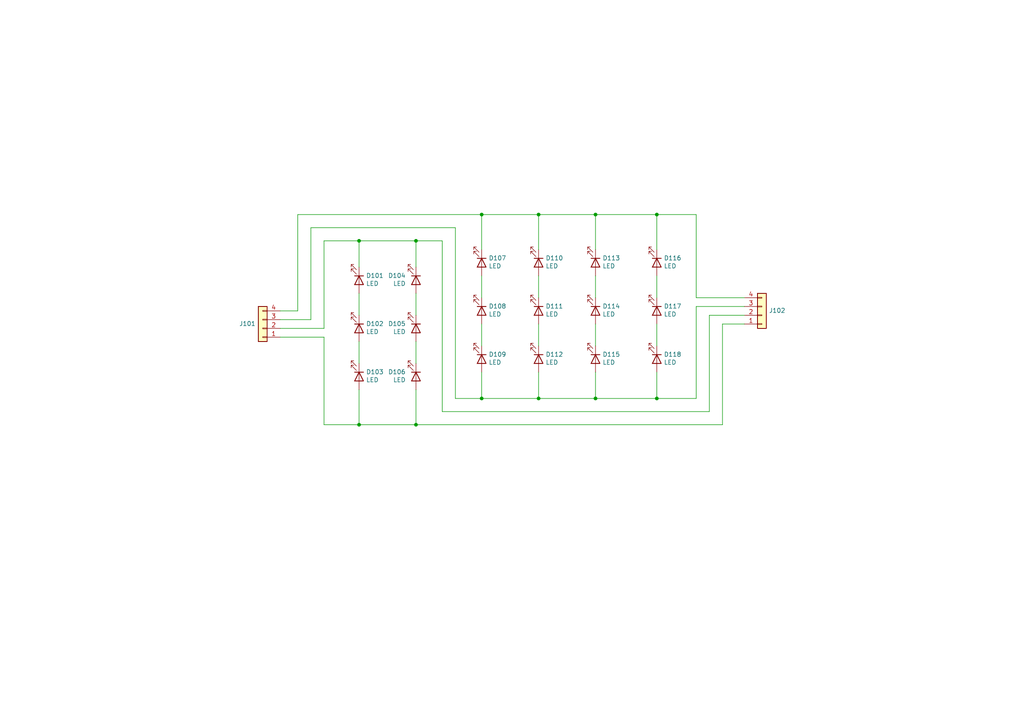
<source format=kicad_sch>
(kicad_sch (version 20211123) (generator eeschema)

  (uuid 70f94d34-82a1-4201-8097-6bf8fc12b57e)

  (paper "A4")

  (title_block
    (title "Placa LED central - Barra de Cortocircuito para 3er Riel")
    (date "2022-07-11")
    (rev "2.2")
  )

  (lib_symbols
    (symbol "Connector_Generic:Conn_01x04" (pin_names (offset 1.016) hide) (in_bom yes) (on_board yes)
      (property "Reference" "J" (id 0) (at 0 5.08 0)
        (effects (font (size 1.27 1.27)))
      )
      (property "Value" "Conn_01x04" (id 1) (at 0 -7.62 0)
        (effects (font (size 1.27 1.27)))
      )
      (property "Footprint" "" (id 2) (at 0 0 0)
        (effects (font (size 1.27 1.27)) hide)
      )
      (property "Datasheet" "~" (id 3) (at 0 0 0)
        (effects (font (size 1.27 1.27)) hide)
      )
      (property "ki_keywords" "connector" (id 4) (at 0 0 0)
        (effects (font (size 1.27 1.27)) hide)
      )
      (property "ki_description" "Generic connector, single row, 01x04, script generated (kicad-library-utils/schlib/autogen/connector/)" (id 5) (at 0 0 0)
        (effects (font (size 1.27 1.27)) hide)
      )
      (property "ki_fp_filters" "Connector*:*_1x??_*" (id 6) (at 0 0 0)
        (effects (font (size 1.27 1.27)) hide)
      )
      (symbol "Conn_01x04_1_1"
        (rectangle (start -1.27 -4.953) (end 0 -5.207)
          (stroke (width 0.1524) (type default) (color 0 0 0 0))
          (fill (type none))
        )
        (rectangle (start -1.27 -2.413) (end 0 -2.667)
          (stroke (width 0.1524) (type default) (color 0 0 0 0))
          (fill (type none))
        )
        (rectangle (start -1.27 0.127) (end 0 -0.127)
          (stroke (width 0.1524) (type default) (color 0 0 0 0))
          (fill (type none))
        )
        (rectangle (start -1.27 2.667) (end 0 2.413)
          (stroke (width 0.1524) (type default) (color 0 0 0 0))
          (fill (type none))
        )
        (rectangle (start -1.27 3.81) (end 1.27 -6.35)
          (stroke (width 0.254) (type default) (color 0 0 0 0))
          (fill (type background))
        )
        (pin passive line (at -5.08 2.54 0) (length 3.81)
          (name "Pin_1" (effects (font (size 1.27 1.27))))
          (number "1" (effects (font (size 1.27 1.27))))
        )
        (pin passive line (at -5.08 0 0) (length 3.81)
          (name "Pin_2" (effects (font (size 1.27 1.27))))
          (number "2" (effects (font (size 1.27 1.27))))
        )
        (pin passive line (at -5.08 -2.54 0) (length 3.81)
          (name "Pin_3" (effects (font (size 1.27 1.27))))
          (number "3" (effects (font (size 1.27 1.27))))
        )
        (pin passive line (at -5.08 -5.08 0) (length 3.81)
          (name "Pin_4" (effects (font (size 1.27 1.27))))
          (number "4" (effects (font (size 1.27 1.27))))
        )
      )
    )
    (symbol "Device:LED" (pin_numbers hide) (pin_names (offset 1.016) hide) (in_bom yes) (on_board yes)
      (property "Reference" "D" (id 0) (at 0 2.54 0)
        (effects (font (size 1.27 1.27)))
      )
      (property "Value" "LED" (id 1) (at 0 -2.54 0)
        (effects (font (size 1.27 1.27)))
      )
      (property "Footprint" "" (id 2) (at 0 0 0)
        (effects (font (size 1.27 1.27)) hide)
      )
      (property "Datasheet" "~" (id 3) (at 0 0 0)
        (effects (font (size 1.27 1.27)) hide)
      )
      (property "ki_keywords" "LED diode" (id 4) (at 0 0 0)
        (effects (font (size 1.27 1.27)) hide)
      )
      (property "ki_description" "Light emitting diode" (id 5) (at 0 0 0)
        (effects (font (size 1.27 1.27)) hide)
      )
      (property "ki_fp_filters" "LED* LED_SMD:* LED_THT:*" (id 6) (at 0 0 0)
        (effects (font (size 1.27 1.27)) hide)
      )
      (symbol "LED_0_1"
        (polyline
          (pts
            (xy -1.27 -1.27)
            (xy -1.27 1.27)
          )
          (stroke (width 0.254) (type default) (color 0 0 0 0))
          (fill (type none))
        )
        (polyline
          (pts
            (xy -1.27 0)
            (xy 1.27 0)
          )
          (stroke (width 0) (type default) (color 0 0 0 0))
          (fill (type none))
        )
        (polyline
          (pts
            (xy 1.27 -1.27)
            (xy 1.27 1.27)
            (xy -1.27 0)
            (xy 1.27 -1.27)
          )
          (stroke (width 0.254) (type default) (color 0 0 0 0))
          (fill (type none))
        )
        (polyline
          (pts
            (xy -3.048 -0.762)
            (xy -4.572 -2.286)
            (xy -3.81 -2.286)
            (xy -4.572 -2.286)
            (xy -4.572 -1.524)
          )
          (stroke (width 0) (type default) (color 0 0 0 0))
          (fill (type none))
        )
        (polyline
          (pts
            (xy -1.778 -0.762)
            (xy -3.302 -2.286)
            (xy -2.54 -2.286)
            (xy -3.302 -2.286)
            (xy -3.302 -1.524)
          )
          (stroke (width 0) (type default) (color 0 0 0 0))
          (fill (type none))
        )
      )
      (symbol "LED_1_1"
        (pin passive line (at -3.81 0 0) (length 2.54)
          (name "K" (effects (font (size 1.27 1.27))))
          (number "1" (effects (font (size 1.27 1.27))))
        )
        (pin passive line (at 3.81 0 180) (length 2.54)
          (name "A" (effects (font (size 1.27 1.27))))
          (number "2" (effects (font (size 1.27 1.27))))
        )
      )
    )
  )

  (junction (at 139.7 115.57) (diameter 0) (color 0 0 0 0)
    (uuid 00022ec9-19d9-4287-8adc-1c089fc5c7e1)
  )
  (junction (at 156.21 62.23) (diameter 0) (color 0 0 0 0)
    (uuid 3805afa6-a1ac-46f5-8649-f85926316d37)
  )
  (junction (at 104.14 69.85) (diameter 0) (color 0 0 0 0)
    (uuid 43c92499-124d-4b9c-b446-1eb46b2f48ad)
  )
  (junction (at 190.5 115.57) (diameter 0) (color 0 0 0 0)
    (uuid 4f898418-6366-4a96-aa1d-f10dbe631bb4)
  )
  (junction (at 139.7 62.23) (diameter 0) (color 0 0 0 0)
    (uuid 600a8c6c-2902-460f-b3b5-9a60aa616025)
  )
  (junction (at 120.65 123.19) (diameter 0) (color 0 0 0 0)
    (uuid 7062b836-ce33-46dc-9f33-d0195d110b5b)
  )
  (junction (at 172.72 62.23) (diameter 0) (color 0 0 0 0)
    (uuid 908cf722-cb79-49e0-a8f4-b08c710ebb70)
  )
  (junction (at 190.5 62.23) (diameter 0) (color 0 0 0 0)
    (uuid 9a612310-be72-44fb-a047-07bd351c2899)
  )
  (junction (at 172.72 115.57) (diameter 0) (color 0 0 0 0)
    (uuid c9c1cb08-fc42-4ef6-b202-2c0d53e3280e)
  )
  (junction (at 120.65 69.85) (diameter 0) (color 0 0 0 0)
    (uuid e461df98-7cdf-4f63-b231-4a068b92a1d8)
  )
  (junction (at 156.21 115.57) (diameter 0) (color 0 0 0 0)
    (uuid ef189a29-74de-4b74-b53e-7b2d089b50c0)
  )
  (junction (at 104.14 123.19) (diameter 0) (color 0 0 0 0)
    (uuid f2f3d54a-d2bd-462e-84fa-c1ba87ef0e3e)
  )

  (wire (pts (xy 190.5 62.23) (xy 201.93 62.23))
    (stroke (width 0) (type default) (color 0 0 0 0))
    (uuid 0523984d-b07e-426a-b884-dd35e5f194c5)
  )
  (wire (pts (xy 139.7 62.23) (xy 139.7 72.39))
    (stroke (width 0) (type default) (color 0 0 0 0))
    (uuid 0828d30e-a9b8-4795-b9a2-fe7fbcd44cd6)
  )
  (wire (pts (xy 190.5 62.23) (xy 190.5 72.39))
    (stroke (width 0) (type default) (color 0 0 0 0))
    (uuid 0a87ee95-07ef-4ed1-9e27-e8e7738ee677)
  )
  (wire (pts (xy 86.36 62.23) (xy 139.7 62.23))
    (stroke (width 0) (type default) (color 0 0 0 0))
    (uuid 0cb82a0a-2641-49d0-86d7-248812561316)
  )
  (wire (pts (xy 120.65 69.85) (xy 128.27 69.85))
    (stroke (width 0) (type default) (color 0 0 0 0))
    (uuid 12dee82f-ffe7-4ba2-8093-2de7bcaa1eae)
  )
  (wire (pts (xy 205.74 91.44) (xy 215.9 91.44))
    (stroke (width 0) (type default) (color 0 0 0 0))
    (uuid 15508051-efd9-433f-a67d-4c26fe642370)
  )
  (wire (pts (xy 128.27 119.38) (xy 205.74 119.38))
    (stroke (width 0) (type default) (color 0 0 0 0))
    (uuid 1a8a621f-427f-492f-a239-aca0e7f62190)
  )
  (wire (pts (xy 120.65 85.09) (xy 120.65 91.44))
    (stroke (width 0) (type default) (color 0 0 0 0))
    (uuid 20b7e02b-bddc-4928-93b1-a5ca41d08fa6)
  )
  (wire (pts (xy 93.98 123.19) (xy 104.14 123.19))
    (stroke (width 0) (type default) (color 0 0 0 0))
    (uuid 24dd16f2-0b6e-4306-b28f-508acba46c87)
  )
  (wire (pts (xy 156.21 62.23) (xy 172.72 62.23))
    (stroke (width 0) (type default) (color 0 0 0 0))
    (uuid 3e1e6603-24cc-4f1d-8732-16b5a8d9eed4)
  )
  (wire (pts (xy 201.93 62.23) (xy 201.93 86.36))
    (stroke (width 0) (type default) (color 0 0 0 0))
    (uuid 43c714e0-89c7-4b7f-ab19-a06452486df8)
  )
  (wire (pts (xy 156.21 115.57) (xy 172.72 115.57))
    (stroke (width 0) (type default) (color 0 0 0 0))
    (uuid 4c2c8811-3b17-4d0d-8dc0-84584f9bce2c)
  )
  (wire (pts (xy 156.21 80.01) (xy 156.21 86.36))
    (stroke (width 0) (type default) (color 0 0 0 0))
    (uuid 4d6579ce-2ac7-4d2a-a316-d2eca64ee269)
  )
  (wire (pts (xy 172.72 80.01) (xy 172.72 86.36))
    (stroke (width 0) (type default) (color 0 0 0 0))
    (uuid 53747c85-020a-4f19-a2c5-7f1d237ba354)
  )
  (wire (pts (xy 215.9 88.9) (xy 201.93 88.9))
    (stroke (width 0) (type default) (color 0 0 0 0))
    (uuid 57e97f6c-20c9-422f-b8b1-405070b006e7)
  )
  (wire (pts (xy 156.21 107.95) (xy 156.21 115.57))
    (stroke (width 0) (type default) (color 0 0 0 0))
    (uuid 58fb456e-ede2-47e8-a2ab-e22b1e34edb0)
  )
  (wire (pts (xy 139.7 115.57) (xy 132.08 115.57))
    (stroke (width 0) (type default) (color 0 0 0 0))
    (uuid 62dcb48d-b4b5-4c23-841f-4e198d6ec8ff)
  )
  (wire (pts (xy 104.14 113.03) (xy 104.14 123.19))
    (stroke (width 0) (type default) (color 0 0 0 0))
    (uuid 663e4ddb-03f6-4c44-8052-03f6dfd0b193)
  )
  (wire (pts (xy 139.7 115.57) (xy 156.21 115.57))
    (stroke (width 0) (type default) (color 0 0 0 0))
    (uuid 6b970c4d-76cf-4be4-84b8-635169409305)
  )
  (wire (pts (xy 104.14 85.09) (xy 104.14 91.44))
    (stroke (width 0) (type default) (color 0 0 0 0))
    (uuid 6cd590af-e830-4f63-a794-afa2dde517b2)
  )
  (wire (pts (xy 132.08 66.04) (xy 132.08 115.57))
    (stroke (width 0) (type default) (color 0 0 0 0))
    (uuid 6d7cbe4d-3c15-4725-a90c-bbf0ff90d04f)
  )
  (wire (pts (xy 90.17 66.04) (xy 90.17 92.71))
    (stroke (width 0) (type default) (color 0 0 0 0))
    (uuid 6dc9d068-525b-452c-b725-2edd11a1feef)
  )
  (wire (pts (xy 215.9 86.36) (xy 201.93 86.36))
    (stroke (width 0) (type default) (color 0 0 0 0))
    (uuid 6fa1d543-30dd-47af-9d4f-ccb40b8da48a)
  )
  (wire (pts (xy 172.72 62.23) (xy 172.72 72.39))
    (stroke (width 0) (type default) (color 0 0 0 0))
    (uuid 72ab46e7-d8ff-42ee-bde8-6d53b65364f8)
  )
  (wire (pts (xy 120.65 123.19) (xy 209.55 123.19))
    (stroke (width 0) (type default) (color 0 0 0 0))
    (uuid 79e112b1-107d-444b-99b6-5806639198e5)
  )
  (wire (pts (xy 156.21 62.23) (xy 156.21 72.39))
    (stroke (width 0) (type default) (color 0 0 0 0))
    (uuid 7a589d8f-1bee-468c-b9b9-7e0951a6cb99)
  )
  (wire (pts (xy 120.65 69.85) (xy 104.14 69.85))
    (stroke (width 0) (type default) (color 0 0 0 0))
    (uuid 7a6d688e-26b9-48f3-bded-cbde1d812935)
  )
  (wire (pts (xy 172.72 107.95) (xy 172.72 115.57))
    (stroke (width 0) (type default) (color 0 0 0 0))
    (uuid 7bd97af4-ba61-4f1f-afa6-1df5179c0dd3)
  )
  (wire (pts (xy 81.28 95.25) (xy 93.98 95.25))
    (stroke (width 0) (type default) (color 0 0 0 0))
    (uuid 812f76f0-030b-4cef-96aa-4e2a75a43d14)
  )
  (wire (pts (xy 190.5 115.57) (xy 201.93 115.57))
    (stroke (width 0) (type default) (color 0 0 0 0))
    (uuid 82353070-6e14-45fa-899e-5e6b879134db)
  )
  (wire (pts (xy 172.72 93.98) (xy 172.72 100.33))
    (stroke (width 0) (type default) (color 0 0 0 0))
    (uuid 8e0b8356-10c5-43fc-8698-7255c898f0af)
  )
  (wire (pts (xy 120.65 77.47) (xy 120.65 69.85))
    (stroke (width 0) (type default) (color 0 0 0 0))
    (uuid 980cd243-b9b2-401f-92db-0d347fb41c81)
  )
  (wire (pts (xy 128.27 69.85) (xy 128.27 119.38))
    (stroke (width 0) (type default) (color 0 0 0 0))
    (uuid 984a2532-4283-4c79-b0e2-7aabaa903509)
  )
  (wire (pts (xy 205.74 91.44) (xy 205.74 119.38))
    (stroke (width 0) (type default) (color 0 0 0 0))
    (uuid 9f85b305-27b9-4184-95c7-88635440aa36)
  )
  (wire (pts (xy 93.98 69.85) (xy 104.14 69.85))
    (stroke (width 0) (type default) (color 0 0 0 0))
    (uuid a836d22f-2237-42ed-8769-8fbf982349a9)
  )
  (wire (pts (xy 156.21 93.98) (xy 156.21 100.33))
    (stroke (width 0) (type default) (color 0 0 0 0))
    (uuid a98240d2-37fb-4c68-b452-bf2c01c55c88)
  )
  (wire (pts (xy 104.14 123.19) (xy 120.65 123.19))
    (stroke (width 0) (type default) (color 0 0 0 0))
    (uuid ad7db8cd-fb46-422f-be1f-b0b8297d4d52)
  )
  (wire (pts (xy 132.08 66.04) (xy 90.17 66.04))
    (stroke (width 0) (type default) (color 0 0 0 0))
    (uuid aff5b06b-61bb-465d-8e19-15475ec8d275)
  )
  (wire (pts (xy 93.98 97.79) (xy 93.98 123.19))
    (stroke (width 0) (type default) (color 0 0 0 0))
    (uuid b3ce7bfb-36c2-4df2-a023-fcc4a48bf6a5)
  )
  (wire (pts (xy 190.5 107.95) (xy 190.5 115.57))
    (stroke (width 0) (type default) (color 0 0 0 0))
    (uuid b9823d88-e1a2-4e4a-8a6b-270855e3ff6c)
  )
  (wire (pts (xy 209.55 93.98) (xy 215.9 93.98))
    (stroke (width 0) (type default) (color 0 0 0 0))
    (uuid b9fe07ba-77d0-49c1-a9eb-b567f41bc6cc)
  )
  (wire (pts (xy 190.5 93.98) (xy 190.5 100.33))
    (stroke (width 0) (type default) (color 0 0 0 0))
    (uuid bf6467a8-bd9f-4995-85a3-1b4589c60613)
  )
  (wire (pts (xy 209.55 93.98) (xy 209.55 123.19))
    (stroke (width 0) (type default) (color 0 0 0 0))
    (uuid c3c77d5a-aa4c-499f-9a6a-bf5a441f98e7)
  )
  (wire (pts (xy 139.7 107.95) (xy 139.7 115.57))
    (stroke (width 0) (type default) (color 0 0 0 0))
    (uuid c89880e3-43d7-4200-b286-ed2ec66e0e6f)
  )
  (wire (pts (xy 139.7 80.01) (xy 139.7 86.36))
    (stroke (width 0) (type default) (color 0 0 0 0))
    (uuid cc886d58-e9de-42a1-827b-048648ee3495)
  )
  (wire (pts (xy 139.7 93.98) (xy 139.7 100.33))
    (stroke (width 0) (type default) (color 0 0 0 0))
    (uuid ccd3d332-0008-4221-918b-ac8c3066e02d)
  )
  (wire (pts (xy 190.5 80.01) (xy 190.5 86.36))
    (stroke (width 0) (type default) (color 0 0 0 0))
    (uuid d3c41a5d-074d-4d23-b4b7-3278dd581a57)
  )
  (wire (pts (xy 90.17 92.71) (xy 81.28 92.71))
    (stroke (width 0) (type default) (color 0 0 0 0))
    (uuid d57f9407-760b-4b9a-9d2a-0893e0879135)
  )
  (wire (pts (xy 201.93 88.9) (xy 201.93 115.57))
    (stroke (width 0) (type default) (color 0 0 0 0))
    (uuid d672fecf-e3c7-4db3-8b1a-b227d3f0a0b9)
  )
  (wire (pts (xy 104.14 99.06) (xy 104.14 105.41))
    (stroke (width 0) (type default) (color 0 0 0 0))
    (uuid d7ae1cd6-7664-4cd8-95f2-83f36864e5a4)
  )
  (wire (pts (xy 120.65 113.03) (xy 120.65 123.19))
    (stroke (width 0) (type default) (color 0 0 0 0))
    (uuid d7d50034-2c18-4e0e-909d-4c0ed94348f7)
  )
  (wire (pts (xy 86.36 90.17) (xy 81.28 90.17))
    (stroke (width 0) (type default) (color 0 0 0 0))
    (uuid df98fd46-a932-491b-a36f-8c70ad202238)
  )
  (wire (pts (xy 139.7 62.23) (xy 156.21 62.23))
    (stroke (width 0) (type default) (color 0 0 0 0))
    (uuid e50ec0bb-5b45-4e61-bd51-91c47f39960d)
  )
  (wire (pts (xy 86.36 62.23) (xy 86.36 90.17))
    (stroke (width 0) (type default) (color 0 0 0 0))
    (uuid e90613f6-e5e6-4c75-af8a-6b9026b0800c)
  )
  (wire (pts (xy 81.28 97.79) (xy 93.98 97.79))
    (stroke (width 0) (type default) (color 0 0 0 0))
    (uuid eb9c5c2d-0a5c-4273-aedb-b0572eb8e8b9)
  )
  (wire (pts (xy 93.98 69.85) (xy 93.98 95.25))
    (stroke (width 0) (type default) (color 0 0 0 0))
    (uuid ee13251c-680d-4918-854f-fc0c6f4e0a81)
  )
  (wire (pts (xy 172.72 115.57) (xy 190.5 115.57))
    (stroke (width 0) (type default) (color 0 0 0 0))
    (uuid eee2fa44-0f02-4815-b0b9-f1dad5e0259e)
  )
  (wire (pts (xy 104.14 77.47) (xy 104.14 69.85))
    (stroke (width 0) (type default) (color 0 0 0 0))
    (uuid f037ff91-ff73-4c4d-85af-9e54264b3cfc)
  )
  (wire (pts (xy 120.65 99.06) (xy 120.65 105.41))
    (stroke (width 0) (type default) (color 0 0 0 0))
    (uuid f0422233-db19-4807-9796-5b8224683b79)
  )
  (wire (pts (xy 172.72 62.23) (xy 190.5 62.23))
    (stroke (width 0) (type default) (color 0 0 0 0))
    (uuid fe67c295-181f-4639-b533-8ceef9f8adca)
  )

  (symbol (lib_id "Device:LED") (at 104.14 81.28 270) (unit 1)
    (in_bom yes) (on_board yes)
    (uuid 00000000-0000-0000-0000-000061f29f23)
    (property "Reference" "D101" (id 0) (at 106.172 79.9338 90)
      (effects (font (size 1.27 1.27)) (justify left))
    )
    (property "Value" "LED" (id 1) (at 106.172 82.2452 90)
      (effects (font (size 1.27 1.27)) (justify left))
    )
    (property "Footprint" "LED_SMD:LED_PLCC_2835" (id 2) (at 104.14 81.28 0)
      (effects (font (size 1.27 1.27)) hide)
    )
    (property "Datasheet" "~" (id 3) (at 104.14 81.28 0)
      (effects (font (size 1.27 1.27)) hide)
    )
    (pin "1" (uuid d59ac8a9-873e-4753-8719-29259ace14f5))
    (pin "2" (uuid 60ee2c00-cb80-46ff-bdd0-0b9a0e556d65))
  )

  (symbol (lib_id "Device:LED") (at 104.14 95.25 270) (unit 1)
    (in_bom yes) (on_board yes)
    (uuid 00000000-0000-0000-0000-000061f29f2a)
    (property "Reference" "D102" (id 0) (at 106.172 93.9038 90)
      (effects (font (size 1.27 1.27)) (justify left))
    )
    (property "Value" "LED" (id 1) (at 106.172 96.2152 90)
      (effects (font (size 1.27 1.27)) (justify left))
    )
    (property "Footprint" "LED_SMD:LED_PLCC_2835" (id 2) (at 104.14 95.25 0)
      (effects (font (size 1.27 1.27)) hide)
    )
    (property "Datasheet" "~" (id 3) (at 104.14 95.25 0)
      (effects (font (size 1.27 1.27)) hide)
    )
    (pin "1" (uuid 8a23a6d4-615e-4cbe-840b-d6b4e5b69b44))
    (pin "2" (uuid 6ce6e46e-4b9e-4226-83dc-4b6d8a3bb58a))
  )

  (symbol (lib_id "Device:LED") (at 104.14 109.22 270) (unit 1)
    (in_bom yes) (on_board yes)
    (uuid 00000000-0000-0000-0000-000061f29f30)
    (property "Reference" "D103" (id 0) (at 106.172 107.8738 90)
      (effects (font (size 1.27 1.27)) (justify left))
    )
    (property "Value" "LED" (id 1) (at 106.172 110.1852 90)
      (effects (font (size 1.27 1.27)) (justify left))
    )
    (property "Footprint" "LED_SMD:LED_PLCC_2835" (id 2) (at 104.14 109.22 0)
      (effects (font (size 1.27 1.27)) hide)
    )
    (property "Datasheet" "~" (id 3) (at 104.14 109.22 0)
      (effects (font (size 1.27 1.27)) hide)
    )
    (pin "1" (uuid ff078367-011a-41b3-ad60-4b34a8df16df))
    (pin "2" (uuid e01d0a92-51fd-4a84-b5c7-d6258bda35b8))
  )

  (symbol (lib_id "Device:LED") (at 120.65 81.28 270) (unit 1)
    (in_bom yes) (on_board yes)
    (uuid 00000000-0000-0000-0000-000061f29f37)
    (property "Reference" "D104" (id 0) (at 117.6782 79.9338 90)
      (effects (font (size 1.27 1.27)) (justify right))
    )
    (property "Value" "LED" (id 1) (at 117.6782 82.2452 90)
      (effects (font (size 1.27 1.27)) (justify right))
    )
    (property "Footprint" "LED_SMD:LED_PLCC_2835" (id 2) (at 120.65 81.28 0)
      (effects (font (size 1.27 1.27)) hide)
    )
    (property "Datasheet" "~" (id 3) (at 120.65 81.28 0)
      (effects (font (size 1.27 1.27)) hide)
    )
    (pin "1" (uuid 1aaad1a6-3251-4a6b-b29b-eb3ec0455acc))
    (pin "2" (uuid 34e1a117-c9d4-45b9-bbdd-c152319ce3a9))
  )

  (symbol (lib_id "Device:LED") (at 120.65 95.25 270) (unit 1)
    (in_bom yes) (on_board yes)
    (uuid 00000000-0000-0000-0000-000061f29f3e)
    (property "Reference" "D105" (id 0) (at 117.6782 93.9038 90)
      (effects (font (size 1.27 1.27)) (justify right))
    )
    (property "Value" "LED" (id 1) (at 117.6782 96.2152 90)
      (effects (font (size 1.27 1.27)) (justify right))
    )
    (property "Footprint" "LED_SMD:LED_PLCC_2835" (id 2) (at 120.65 95.25 0)
      (effects (font (size 1.27 1.27)) hide)
    )
    (property "Datasheet" "~" (id 3) (at 120.65 95.25 0)
      (effects (font (size 1.27 1.27)) hide)
    )
    (pin "1" (uuid e6b7200a-b92b-4fe0-bd6a-c7f73519b22b))
    (pin "2" (uuid a1220156-616d-4e6d-8957-2a47ab54fd35))
  )

  (symbol (lib_id "Device:LED") (at 120.65 109.22 270) (unit 1)
    (in_bom yes) (on_board yes)
    (uuid 00000000-0000-0000-0000-000061f29f44)
    (property "Reference" "D106" (id 0) (at 117.6782 107.8738 90)
      (effects (font (size 1.27 1.27)) (justify right))
    )
    (property "Value" "LED" (id 1) (at 117.6782 110.1852 90)
      (effects (font (size 1.27 1.27)) (justify right))
    )
    (property "Footprint" "LED_SMD:LED_PLCC_2835" (id 2) (at 120.65 109.22 0)
      (effects (font (size 1.27 1.27)) hide)
    )
    (property "Datasheet" "~" (id 3) (at 120.65 109.22 0)
      (effects (font (size 1.27 1.27)) hide)
    )
    (pin "1" (uuid 7c194471-911e-4d53-8133-9c638c9b0940))
    (pin "2" (uuid 6cc297e0-6e06-4857-abc7-9e95c3650eaf))
  )

  (symbol (lib_id "Device:LED") (at 139.7 76.2 270) (unit 1)
    (in_bom yes) (on_board yes)
    (uuid 00000000-0000-0000-0000-000061f29f4b)
    (property "Reference" "D107" (id 0) (at 141.732 74.8538 90)
      (effects (font (size 1.27 1.27)) (justify left))
    )
    (property "Value" "LED" (id 1) (at 141.732 77.1652 90)
      (effects (font (size 1.27 1.27)) (justify left))
    )
    (property "Footprint" "LED_SMD:LED_PLCC_2835" (id 2) (at 139.7 76.2 0)
      (effects (font (size 1.27 1.27)) hide)
    )
    (property "Datasheet" "~" (id 3) (at 139.7 76.2 0)
      (effects (font (size 1.27 1.27)) hide)
    )
    (pin "1" (uuid 180bd9a7-6e0f-4566-bb1f-ae9efd190e8e))
    (pin "2" (uuid b58e79bb-1116-4b38-87fa-a034e5f58609))
  )

  (symbol (lib_id "Device:LED") (at 139.7 90.17 270) (unit 1)
    (in_bom yes) (on_board yes)
    (uuid 00000000-0000-0000-0000-000061f29f52)
    (property "Reference" "D108" (id 0) (at 141.732 88.8238 90)
      (effects (font (size 1.27 1.27)) (justify left))
    )
    (property "Value" "LED" (id 1) (at 141.732 91.1352 90)
      (effects (font (size 1.27 1.27)) (justify left))
    )
    (property "Footprint" "LED_SMD:LED_PLCC_2835" (id 2) (at 139.7 90.17 0)
      (effects (font (size 1.27 1.27)) hide)
    )
    (property "Datasheet" "~" (id 3) (at 139.7 90.17 0)
      (effects (font (size 1.27 1.27)) hide)
    )
    (pin "1" (uuid 972f4e8f-98dc-4362-827d-89923266f22a))
    (pin "2" (uuid ea2b299e-ba50-4bc3-af03-ab747bc45d41))
  )

  (symbol (lib_id "Device:LED") (at 139.7 104.14 270) (unit 1)
    (in_bom yes) (on_board yes)
    (uuid 00000000-0000-0000-0000-000061f29f58)
    (property "Reference" "D109" (id 0) (at 141.732 102.7938 90)
      (effects (font (size 1.27 1.27)) (justify left))
    )
    (property "Value" "LED" (id 1) (at 141.732 105.1052 90)
      (effects (font (size 1.27 1.27)) (justify left))
    )
    (property "Footprint" "LED_SMD:LED_PLCC_2835" (id 2) (at 139.7 104.14 0)
      (effects (font (size 1.27 1.27)) hide)
    )
    (property "Datasheet" "~" (id 3) (at 139.7 104.14 0)
      (effects (font (size 1.27 1.27)) hide)
    )
    (pin "1" (uuid 90d53c17-9449-4375-bc5b-29f465b8e3fa))
    (pin "2" (uuid 33dd964a-bec6-42ea-8bc9-97a3b98330b6))
  )

  (symbol (lib_id "Device:LED") (at 156.21 76.2 270) (unit 1)
    (in_bom yes) (on_board yes)
    (uuid 00000000-0000-0000-0000-000061f29f5f)
    (property "Reference" "D110" (id 0) (at 158.242 74.8538 90)
      (effects (font (size 1.27 1.27)) (justify left))
    )
    (property "Value" "LED" (id 1) (at 158.242 77.1652 90)
      (effects (font (size 1.27 1.27)) (justify left))
    )
    (property "Footprint" "LED_SMD:LED_PLCC_2835" (id 2) (at 156.21 76.2 0)
      (effects (font (size 1.27 1.27)) hide)
    )
    (property "Datasheet" "~" (id 3) (at 156.21 76.2 0)
      (effects (font (size 1.27 1.27)) hide)
    )
    (pin "1" (uuid 0ce7829f-3b19-454d-b338-9cfd2c37226f))
    (pin "2" (uuid 71a37ff9-cb48-4037-8a92-22a96e19b280))
  )

  (symbol (lib_id "Device:LED") (at 156.21 90.17 270) (unit 1)
    (in_bom yes) (on_board yes)
    (uuid 00000000-0000-0000-0000-000061f29f66)
    (property "Reference" "D111" (id 0) (at 158.242 88.8238 90)
      (effects (font (size 1.27 1.27)) (justify left))
    )
    (property "Value" "LED" (id 1) (at 158.242 91.1352 90)
      (effects (font (size 1.27 1.27)) (justify left))
    )
    (property "Footprint" "LED_SMD:LED_PLCC_2835" (id 2) (at 156.21 90.17 0)
      (effects (font (size 1.27 1.27)) hide)
    )
    (property "Datasheet" "~" (id 3) (at 156.21 90.17 0)
      (effects (font (size 1.27 1.27)) hide)
    )
    (pin "1" (uuid b209a496-f9f0-4a9a-bffe-1b13f7f20556))
    (pin "2" (uuid dd0ff647-6e0e-41be-aeaa-164f46a819fd))
  )

  (symbol (lib_id "Device:LED") (at 156.21 104.14 270) (unit 1)
    (in_bom yes) (on_board yes)
    (uuid 00000000-0000-0000-0000-000061f29f6c)
    (property "Reference" "D112" (id 0) (at 158.242 102.7938 90)
      (effects (font (size 1.27 1.27)) (justify left))
    )
    (property "Value" "LED" (id 1) (at 158.242 105.1052 90)
      (effects (font (size 1.27 1.27)) (justify left))
    )
    (property "Footprint" "LED_SMD:LED_PLCC_2835" (id 2) (at 156.21 104.14 0)
      (effects (font (size 1.27 1.27)) hide)
    )
    (property "Datasheet" "~" (id 3) (at 156.21 104.14 0)
      (effects (font (size 1.27 1.27)) hide)
    )
    (pin "1" (uuid af97f3dd-3305-431d-93a9-c08b9d0b8a85))
    (pin "2" (uuid 0627e497-b663-4ea6-af3f-7c9e26ff4009))
  )

  (symbol (lib_id "Device:LED") (at 172.72 76.2 270) (unit 1)
    (in_bom yes) (on_board yes)
    (uuid 00000000-0000-0000-0000-000061f29f73)
    (property "Reference" "D113" (id 0) (at 174.752 74.8538 90)
      (effects (font (size 1.27 1.27)) (justify left))
    )
    (property "Value" "LED" (id 1) (at 174.752 77.1652 90)
      (effects (font (size 1.27 1.27)) (justify left))
    )
    (property "Footprint" "LED_SMD:LED_PLCC_2835" (id 2) (at 172.72 76.2 0)
      (effects (font (size 1.27 1.27)) hide)
    )
    (property "Datasheet" "~" (id 3) (at 172.72 76.2 0)
      (effects (font (size 1.27 1.27)) hide)
    )
    (pin "1" (uuid 1f0b3b01-d05a-4a39-96f9-de7974acd59e))
    (pin "2" (uuid 33418680-3bfb-4afc-893e-fb229de4d3a4))
  )

  (symbol (lib_id "Device:LED") (at 172.72 90.17 270) (unit 1)
    (in_bom yes) (on_board yes)
    (uuid 00000000-0000-0000-0000-000061f29f7a)
    (property "Reference" "D114" (id 0) (at 174.752 88.8238 90)
      (effects (font (size 1.27 1.27)) (justify left))
    )
    (property "Value" "LED" (id 1) (at 174.752 91.1352 90)
      (effects (font (size 1.27 1.27)) (justify left))
    )
    (property "Footprint" "LED_SMD:LED_PLCC_2835" (id 2) (at 172.72 90.17 0)
      (effects (font (size 1.27 1.27)) hide)
    )
    (property "Datasheet" "~" (id 3) (at 172.72 90.17 0)
      (effects (font (size 1.27 1.27)) hide)
    )
    (pin "1" (uuid c49880d5-b6aa-4d13-a947-d72a54c0879c))
    (pin "2" (uuid da18275c-898f-4d5f-9417-1c7163fb1b11))
  )

  (symbol (lib_id "Device:LED") (at 172.72 104.14 270) (unit 1)
    (in_bom yes) (on_board yes)
    (uuid 00000000-0000-0000-0000-000061f29f80)
    (property "Reference" "D115" (id 0) (at 174.752 102.7938 90)
      (effects (font (size 1.27 1.27)) (justify left))
    )
    (property "Value" "LED" (id 1) (at 174.752 105.1052 90)
      (effects (font (size 1.27 1.27)) (justify left))
    )
    (property "Footprint" "LED_SMD:LED_PLCC_2835" (id 2) (at 172.72 104.14 0)
      (effects (font (size 1.27 1.27)) hide)
    )
    (property "Datasheet" "~" (id 3) (at 172.72 104.14 0)
      (effects (font (size 1.27 1.27)) hide)
    )
    (pin "1" (uuid ae000e48-6b29-4169-84d1-f7fca55c8ac0))
    (pin "2" (uuid 772a6d9f-a280-499b-a3a2-5d3f42c0d9cc))
  )

  (symbol (lib_id "Device:LED") (at 190.5 76.2 270) (unit 1)
    (in_bom yes) (on_board yes)
    (uuid 00000000-0000-0000-0000-000061f29f87)
    (property "Reference" "D116" (id 0) (at 192.532 74.8538 90)
      (effects (font (size 1.27 1.27)) (justify left))
    )
    (property "Value" "LED" (id 1) (at 192.532 77.1652 90)
      (effects (font (size 1.27 1.27)) (justify left))
    )
    (property "Footprint" "LED_SMD:LED_PLCC_2835" (id 2) (at 192.532 78.3336 90)
      (effects (font (size 1.27 1.27)) (justify left) hide)
    )
    (property "Datasheet" "~" (id 3) (at 190.5 76.2 0)
      (effects (font (size 1.27 1.27)) hide)
    )
    (pin "1" (uuid 08025c96-563c-49e7-8b0b-99f5578b913f))
    (pin "2" (uuid af4e479a-5d4d-473e-bbb0-6e472ebea1b1))
  )

  (symbol (lib_id "Device:LED") (at 190.5 90.17 270) (unit 1)
    (in_bom yes) (on_board yes)
    (uuid 00000000-0000-0000-0000-000061f29f8e)
    (property "Reference" "D117" (id 0) (at 192.532 88.8238 90)
      (effects (font (size 1.27 1.27)) (justify left))
    )
    (property "Value" "LED" (id 1) (at 192.532 91.1352 90)
      (effects (font (size 1.27 1.27)) (justify left))
    )
    (property "Footprint" "LED_SMD:LED_PLCC_2835" (id 2) (at 190.5 90.17 0)
      (effects (font (size 1.27 1.27)) hide)
    )
    (property "Datasheet" "~" (id 3) (at 190.5 90.17 0)
      (effects (font (size 1.27 1.27)) hide)
    )
    (pin "1" (uuid 723f5f2e-5181-465c-8d99-8505613e2bdd))
    (pin "2" (uuid ec99f06a-7e6f-4bac-b68b-721db16aa4aa))
  )

  (symbol (lib_id "Device:LED") (at 190.5 104.14 270) (unit 1)
    (in_bom yes) (on_board yes)
    (uuid 00000000-0000-0000-0000-000061f29f94)
    (property "Reference" "D118" (id 0) (at 192.532 102.7938 90)
      (effects (font (size 1.27 1.27)) (justify left))
    )
    (property "Value" "LED" (id 1) (at 192.532 105.1052 90)
      (effects (font (size 1.27 1.27)) (justify left))
    )
    (property "Footprint" "LED_SMD:LED_PLCC_2835" (id 2) (at 190.5 104.14 0)
      (effects (font (size 1.27 1.27)) hide)
    )
    (property "Datasheet" "~" (id 3) (at 190.5 104.14 0)
      (effects (font (size 1.27 1.27)) hide)
    )
    (pin "1" (uuid aeff9f74-59b8-4daa-bddb-bdea7a51fe32))
    (pin "2" (uuid c23d2860-202a-44ac-8f9d-2c0a8292bd7e))
  )

  (symbol (lib_id "Connector_Generic:Conn_01x04") (at 76.2 95.25 180) (unit 1)
    (in_bom yes) (on_board yes)
    (uuid 0817e218-1033-41c0-8b63-bd9bfecd0d5b)
    (property "Reference" "J101" (id 0) (at 74.168 93.8784 0)
      (effects (font (size 1.27 1.27)) (justify left))
    )
    (property "Value" "Conn_01x04" (id 1) (at 74.168 92.7354 0)
      (effects (font (size 1.27 1.27)) (justify left) hide)
    )
    (property "Footprint" "BarraCC:molex_EDGELOCK_4-CKT_Mod" (id 2) (at 76.2 95.25 0)
      (effects (font (size 1.27 1.27)) hide)
    )
    (property "Datasheet" "~" (id 3) (at 76.2 95.25 0)
      (effects (font (size 1.27 1.27)) hide)
    )
    (pin "1" (uuid cb434255-981f-4a21-a24a-23714c3e9d36))
    (pin "2" (uuid c0f34384-57c9-4e09-87f6-c7fcd5686500))
    (pin "3" (uuid 5128eae3-e126-446d-a1fd-c284ff10f02c))
    (pin "4" (uuid f53a44c9-5997-4fd3-8453-16b5974de264))
  )

  (symbol (lib_id "Connector_Generic:Conn_01x04") (at 220.98 91.44 0) (mirror x) (unit 1)
    (in_bom yes) (on_board yes)
    (uuid 59ef20a1-af81-46eb-8138-60db1ae72fee)
    (property "Reference" "J102" (id 0) (at 223.012 90.0684 0)
      (effects (font (size 1.27 1.27)) (justify left))
    )
    (property "Value" "Conn_01x04" (id 1) (at 223.012 88.9254 0)
      (effects (font (size 1.27 1.27)) (justify left) hide)
    )
    (property "Footprint" "BarraCC:molex_EDGELOCK_4-CKT_Mod" (id 2) (at 220.98 91.44 0)
      (effects (font (size 1.27 1.27)) hide)
    )
    (property "Datasheet" "~" (id 3) (at 220.98 91.44 0)
      (effects (font (size 1.27 1.27)) hide)
    )
    (pin "1" (uuid d50ff706-1de3-49da-855e-1132d17b93b6))
    (pin "2" (uuid bfc26ef2-5376-4462-9a16-65cbdb0b25c4))
    (pin "3" (uuid 597135e5-7265-4882-a1fd-24980eb5c6e5))
    (pin "4" (uuid 7f5655e3-f48d-4e72-b12a-996bbaea5afd))
  )

  (sheet_instances
    (path "/" (page "1"))
  )

  (symbol_instances
    (path "/00000000-0000-0000-0000-000061f29f23"
      (reference "D101") (unit 1) (value "LED") (footprint "LED_SMD:LED_PLCC_2835")
    )
    (path "/00000000-0000-0000-0000-000061f29f2a"
      (reference "D102") (unit 1) (value "LED") (footprint "LED_SMD:LED_PLCC_2835")
    )
    (path "/00000000-0000-0000-0000-000061f29f30"
      (reference "D103") (unit 1) (value "LED") (footprint "LED_SMD:LED_PLCC_2835")
    )
    (path "/00000000-0000-0000-0000-000061f29f37"
      (reference "D104") (unit 1) (value "LED") (footprint "LED_SMD:LED_PLCC_2835")
    )
    (path "/00000000-0000-0000-0000-000061f29f3e"
      (reference "D105") (unit 1) (value "LED") (footprint "LED_SMD:LED_PLCC_2835")
    )
    (path "/00000000-0000-0000-0000-000061f29f44"
      (reference "D106") (unit 1) (value "LED") (footprint "LED_SMD:LED_PLCC_2835")
    )
    (path "/00000000-0000-0000-0000-000061f29f4b"
      (reference "D107") (unit 1) (value "LED") (footprint "LED_SMD:LED_PLCC_2835")
    )
    (path "/00000000-0000-0000-0000-000061f29f52"
      (reference "D108") (unit 1) (value "LED") (footprint "LED_SMD:LED_PLCC_2835")
    )
    (path "/00000000-0000-0000-0000-000061f29f58"
      (reference "D109") (unit 1) (value "LED") (footprint "LED_SMD:LED_PLCC_2835")
    )
    (path "/00000000-0000-0000-0000-000061f29f5f"
      (reference "D110") (unit 1) (value "LED") (footprint "LED_SMD:LED_PLCC_2835")
    )
    (path "/00000000-0000-0000-0000-000061f29f66"
      (reference "D111") (unit 1) (value "LED") (footprint "LED_SMD:LED_PLCC_2835")
    )
    (path "/00000000-0000-0000-0000-000061f29f6c"
      (reference "D112") (unit 1) (value "LED") (footprint "LED_SMD:LED_PLCC_2835")
    )
    (path "/00000000-0000-0000-0000-000061f29f73"
      (reference "D113") (unit 1) (value "LED") (footprint "LED_SMD:LED_PLCC_2835")
    )
    (path "/00000000-0000-0000-0000-000061f29f7a"
      (reference "D114") (unit 1) (value "LED") (footprint "LED_SMD:LED_PLCC_2835")
    )
    (path "/00000000-0000-0000-0000-000061f29f80"
      (reference "D115") (unit 1) (value "LED") (footprint "LED_SMD:LED_PLCC_2835")
    )
    (path "/00000000-0000-0000-0000-000061f29f87"
      (reference "D116") (unit 1) (value "LED") (footprint "LED_SMD:LED_PLCC_2835")
    )
    (path "/00000000-0000-0000-0000-000061f29f8e"
      (reference "D117") (unit 1) (value "LED") (footprint "LED_SMD:LED_PLCC_2835")
    )
    (path "/00000000-0000-0000-0000-000061f29f94"
      (reference "D118") (unit 1) (value "LED") (footprint "LED_SMD:LED_PLCC_2835")
    )
    (path "/0817e218-1033-41c0-8b63-bd9bfecd0d5b"
      (reference "J101") (unit 1) (value "Conn_01x04") (footprint "BarraCC:molex_EDGELOCK_4-CKT_Mod")
    )
    (path "/59ef20a1-af81-46eb-8138-60db1ae72fee"
      (reference "J102") (unit 1) (value "Conn_01x04") (footprint "BarraCC:molex_EDGELOCK_4-CKT_Mod")
    )
  )
)

</source>
